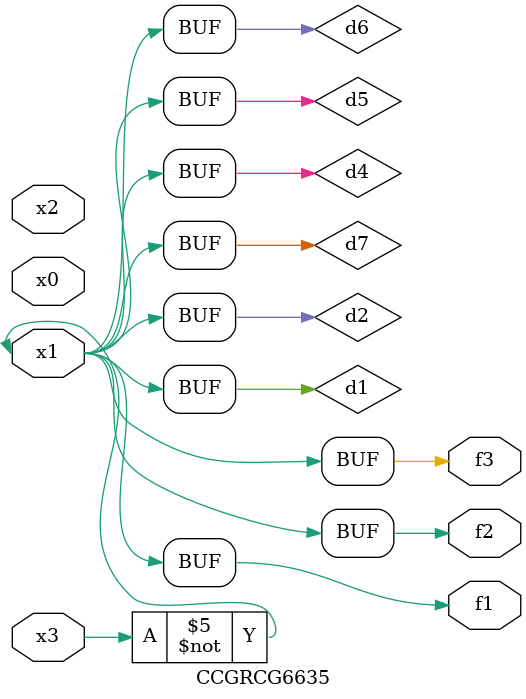
<source format=v>
module CCGRCG6635(
	input x0, x1, x2, x3,
	output f1, f2, f3
);

	wire d1, d2, d3, d4, d5, d6, d7;

	not (d1, x3);
	buf (d2, x1);
	xnor (d3, d1, d2);
	nor (d4, d1);
	buf (d5, d1, d2);
	buf (d6, d4, d5);
	nand (d7, d4);
	assign f1 = d6;
	assign f2 = d7;
	assign f3 = d6;
endmodule

</source>
